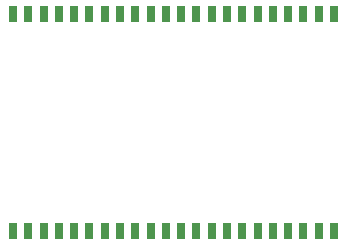
<source format=gbs>
G04 #@! TF.GenerationSoftware,KiCad,Pcbnew,(6.0.1)*
G04 #@! TF.CreationDate,2022-03-04T19:07:33+03:00*
G04 #@! TF.ProjectId,EXT_M_V1.1,4558545f-4d5f-4563-912e-312e6b696361,rev?*
G04 #@! TF.SameCoordinates,Original*
G04 #@! TF.FileFunction,Soldermask,Bot*
G04 #@! TF.FilePolarity,Negative*
%FSLAX46Y46*%
G04 Gerber Fmt 4.6, Leading zero omitted, Abs format (unit mm)*
G04 Created by KiCad (PCBNEW (6.0.1)) date 2022-03-04 19:07:33*
%MOMM*%
%LPD*%
G01*
G04 APERTURE LIST*
%ADD10R,0.800000X1.400000*%
G04 APERTURE END LIST*
D10*
G04 #@! TO.C,J2*
X170959917Y-104300000D03*
X172253641Y-104300000D03*
X173547415Y-104300000D03*
X174841139Y-104300000D03*
X176134913Y-104300000D03*
X177428637Y-104300000D03*
X178722411Y-104300000D03*
X180016135Y-104300000D03*
X181309909Y-104300000D03*
X182603937Y-104300000D03*
X183897966Y-104300000D03*
X185191943Y-104300000D03*
X186485972Y-104300000D03*
X187780000Y-104300000D03*
X189074029Y-104300000D03*
X190368057Y-104300000D03*
X191662085Y-104300000D03*
X192956114Y-104300000D03*
X194250091Y-104300000D03*
X195544120Y-104300000D03*
X196838148Y-104300000D03*
X198132177Y-104300000D03*
G04 #@! TD*
G04 #@! TO.C,J1*
X198130083Y-85900000D03*
X196836359Y-85900000D03*
X195542585Y-85900000D03*
X194248861Y-85900000D03*
X192955087Y-85900000D03*
X191661363Y-85900000D03*
X190367589Y-85900000D03*
X189073865Y-85900000D03*
X187780091Y-85900000D03*
X186486063Y-85900000D03*
X185192034Y-85900000D03*
X183898057Y-85900000D03*
X182604028Y-85900000D03*
X181310000Y-85900000D03*
X180015971Y-85900000D03*
X178721943Y-85900000D03*
X177427915Y-85900000D03*
X176133886Y-85900000D03*
X174839909Y-85900000D03*
X173545880Y-85900000D03*
X172251852Y-85900000D03*
X170957823Y-85900000D03*
G04 #@! TD*
M02*

</source>
